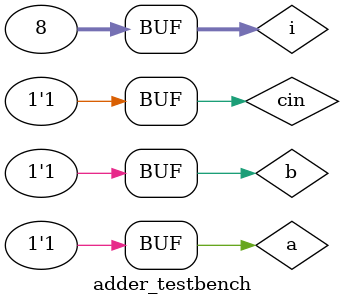
<source format=sv>
`timescale 1ns/10ps

module adder(sum, cout, cin, a,b);
	input logic cin, a, b;
	output logic sum, cout;
	
	logic ci0, ci1, ci2;
	
	
	xor #50 x1 (sum, a, b, cin);
	and #50 a0 (ci0, cin, b);
	and #50 a1 (ci1, cin, a);
   and #50 a2 (ci2, a, b);

   or #50 o0 (cout, ci0, ci1, ci2);
	
endmodule


module adder_testbench();
   logic sum, cout, a, b, cin;
	adder dut (sum, cout, cin, a, b);
	// Try all combinations of inputs.
	integer i;
	initial begin
		for(i = 0; i <8; i++) begin
			{a, b, cin} = i; #1000;
			end
	end
endmodule 
</source>
